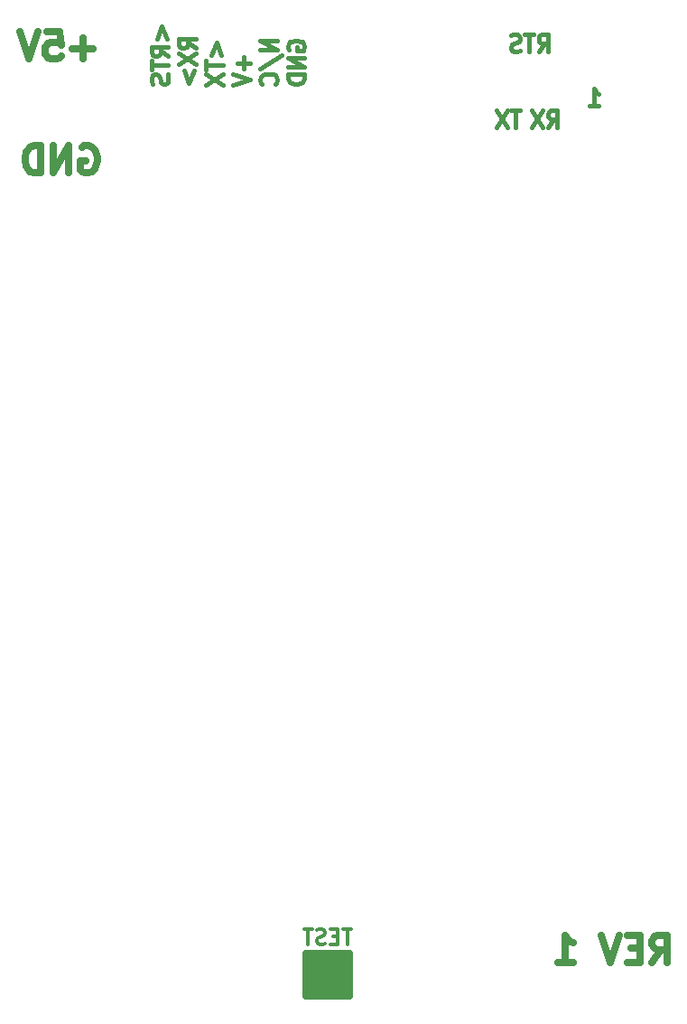
<source format=gbo>
G04 #@! TF.GenerationSoftware,KiCad,Pcbnew,(6.0.1)*
G04 #@! TF.CreationDate,2022-09-17T13:50:29-04:00*
G04 #@! TF.ProjectId,SIMPLE-6802,53494d50-4c45-42d3-9638-30322e6b6963,1*
G04 #@! TF.SameCoordinates,Original*
G04 #@! TF.FileFunction,Legend,Bot*
G04 #@! TF.FilePolarity,Positive*
%FSLAX46Y46*%
G04 Gerber Fmt 4.6, Leading zero omitted, Abs format (unit mm)*
G04 Created by KiCad (PCBNEW (6.0.1)) date 2022-09-17 13:50:29*
%MOMM*%
%LPD*%
G01*
G04 APERTURE LIST*
%ADD10C,0.381000*%
%ADD11C,0.635000*%
%ADD12C,0.349250*%
%ADD13C,0.650000*%
G04 APERTURE END LIST*
D10*
X158082507Y-48269954D02*
X158590507Y-47514002D01*
X158953364Y-48269954D02*
X158953364Y-46682454D01*
X158372792Y-46682454D01*
X158227650Y-46758050D01*
X158155078Y-46833645D01*
X158082507Y-46984835D01*
X158082507Y-47211621D01*
X158155078Y-47362811D01*
X158227650Y-47438407D01*
X158372792Y-47514002D01*
X158953364Y-47514002D01*
X157647078Y-46682454D02*
X156776221Y-46682454D01*
X157211650Y-48269954D02*
X157211650Y-46682454D01*
X156340792Y-48194359D02*
X156123078Y-48269954D01*
X155760221Y-48269954D01*
X155615078Y-48194359D01*
X155542507Y-48118764D01*
X155469935Y-47967573D01*
X155469935Y-47816383D01*
X155542507Y-47665192D01*
X155615078Y-47589597D01*
X155760221Y-47514002D01*
X156050507Y-47438407D01*
X156195650Y-47362811D01*
X156268221Y-47287216D01*
X156340792Y-47136026D01*
X156340792Y-46984835D01*
X156268221Y-46833645D01*
X156195650Y-46758050D01*
X156050507Y-46682454D01*
X155687650Y-46682454D01*
X155469935Y-46758050D01*
D11*
X116322488Y-47987228D02*
X114387250Y-47987228D01*
X115354869Y-48954847D02*
X115354869Y-47019609D01*
X111968202Y-46414847D02*
X113177726Y-46414847D01*
X113298678Y-47624371D01*
X113177726Y-47503419D01*
X112935821Y-47382466D01*
X112331059Y-47382466D01*
X112089154Y-47503419D01*
X111968202Y-47624371D01*
X111847250Y-47866276D01*
X111847250Y-48471038D01*
X111968202Y-48712942D01*
X112089154Y-48833895D01*
X112331059Y-48954847D01*
X112935821Y-48954847D01*
X113177726Y-48833895D01*
X113298678Y-48712942D01*
X111121535Y-46414847D02*
X110274869Y-48954847D01*
X109428202Y-46414847D01*
D10*
X156377078Y-53794454D02*
X155506221Y-53794454D01*
X155941650Y-55381954D02*
X155941650Y-53794454D01*
X155143364Y-53794454D02*
X154127364Y-55381954D01*
X154127364Y-53794454D02*
X155143364Y-55381954D01*
D11*
X168722083Y-133581047D02*
X169568750Y-132371523D01*
X170173511Y-133581047D02*
X170173511Y-131041047D01*
X169205892Y-131041047D01*
X168963988Y-131162000D01*
X168843035Y-131282952D01*
X168722083Y-131524857D01*
X168722083Y-131887714D01*
X168843035Y-132129619D01*
X168963988Y-132250571D01*
X169205892Y-132371523D01*
X170173511Y-132371523D01*
X167633511Y-132250571D02*
X166786845Y-132250571D01*
X166423988Y-133581047D02*
X167633511Y-133581047D01*
X167633511Y-131041047D01*
X166423988Y-131041047D01*
X165698273Y-131041047D02*
X164851607Y-133581047D01*
X164004940Y-131041047D01*
X159892559Y-133581047D02*
X161343988Y-133581047D01*
X160618273Y-133581047D02*
X160618273Y-131041047D01*
X160860178Y-131403904D01*
X161102083Y-131645809D01*
X161343988Y-131766761D01*
D10*
X122302134Y-47068921D02*
X122755705Y-45907778D01*
X123209277Y-47068921D01*
X123360467Y-48665492D02*
X122604515Y-48157492D01*
X123360467Y-47794635D02*
X121772967Y-47794635D01*
X121772967Y-48375207D01*
X121848563Y-48520350D01*
X121924158Y-48592921D01*
X122075348Y-48665492D01*
X122302134Y-48665492D01*
X122453324Y-48592921D01*
X122528920Y-48520350D01*
X122604515Y-48375207D01*
X122604515Y-47794635D01*
X121772967Y-49100921D02*
X121772967Y-49971778D01*
X123360467Y-49536350D02*
X121772967Y-49536350D01*
X123284872Y-50407207D02*
X123360467Y-50624921D01*
X123360467Y-50987778D01*
X123284872Y-51132921D01*
X123209277Y-51205492D01*
X123058086Y-51278064D01*
X122906896Y-51278064D01*
X122755705Y-51205492D01*
X122680110Y-51132921D01*
X122604515Y-50987778D01*
X122528920Y-50697492D01*
X122453324Y-50552350D01*
X122377729Y-50479778D01*
X122226539Y-50407207D01*
X122075348Y-50407207D01*
X121924158Y-50479778D01*
X121848563Y-50552350D01*
X121772967Y-50697492D01*
X121772967Y-51060350D01*
X121848563Y-51278064D01*
X125916342Y-47939778D02*
X125160390Y-47431778D01*
X125916342Y-47068921D02*
X124328842Y-47068921D01*
X124328842Y-47649492D01*
X124404438Y-47794635D01*
X124480033Y-47867207D01*
X124631223Y-47939778D01*
X124858009Y-47939778D01*
X125009199Y-47867207D01*
X125084795Y-47794635D01*
X125160390Y-47649492D01*
X125160390Y-47068921D01*
X124328842Y-48447778D02*
X125916342Y-49463778D01*
X124328842Y-49463778D02*
X125916342Y-48447778D01*
X124858009Y-50044350D02*
X125311580Y-51205492D01*
X125765152Y-50044350D01*
X127413884Y-48592921D02*
X127867455Y-47431778D01*
X128321027Y-48592921D01*
X126884717Y-49100921D02*
X126884717Y-49971778D01*
X128472217Y-49536350D02*
X126884717Y-49536350D01*
X126884717Y-50334635D02*
X128472217Y-51350635D01*
X126884717Y-51350635D02*
X128472217Y-50334635D01*
X130423330Y-48738064D02*
X130423330Y-49899207D01*
X131028092Y-49318635D02*
X129818568Y-49318635D01*
X129440592Y-50407207D02*
X131028092Y-50915207D01*
X129440592Y-51423207D01*
X133583967Y-47214064D02*
X131996467Y-47214064D01*
X133583967Y-48084921D01*
X131996467Y-48084921D01*
X131920872Y-49899207D02*
X133961943Y-48592921D01*
X133432777Y-51278064D02*
X133508372Y-51205492D01*
X133583967Y-50987778D01*
X133583967Y-50842635D01*
X133508372Y-50624921D01*
X133357182Y-50479778D01*
X133205991Y-50407207D01*
X132903610Y-50334635D01*
X132676824Y-50334635D01*
X132374443Y-50407207D01*
X132223253Y-50479778D01*
X132072063Y-50624921D01*
X131996467Y-50842635D01*
X131996467Y-50987778D01*
X132072063Y-51205492D01*
X132147658Y-51278064D01*
X134627938Y-48084921D02*
X134552342Y-47939778D01*
X134552342Y-47722064D01*
X134627938Y-47504350D01*
X134779128Y-47359207D01*
X134930318Y-47286635D01*
X135232699Y-47214064D01*
X135459485Y-47214064D01*
X135761866Y-47286635D01*
X135913057Y-47359207D01*
X136064247Y-47504350D01*
X136139842Y-47722064D01*
X136139842Y-47867207D01*
X136064247Y-48084921D01*
X135988652Y-48157492D01*
X135459485Y-48157492D01*
X135459485Y-47867207D01*
X136139842Y-48810635D02*
X134552342Y-48810635D01*
X136139842Y-49681492D01*
X134552342Y-49681492D01*
X136139842Y-50407207D02*
X134552342Y-50407207D01*
X134552342Y-50770064D01*
X134627938Y-50987778D01*
X134779128Y-51132921D01*
X134930318Y-51205492D01*
X135232699Y-51278064D01*
X135459485Y-51278064D01*
X135761866Y-51205492D01*
X135913057Y-51132921D01*
X136064247Y-50987778D01*
X136139842Y-50770064D01*
X136139842Y-50407207D01*
X158953364Y-55381954D02*
X159461364Y-54626002D01*
X159824221Y-55381954D02*
X159824221Y-53794454D01*
X159243650Y-53794454D01*
X159098507Y-53870050D01*
X159025935Y-53945645D01*
X158953364Y-54096835D01*
X158953364Y-54323621D01*
X159025935Y-54474811D01*
X159098507Y-54550407D01*
X159243650Y-54626002D01*
X159824221Y-54626002D01*
X158445364Y-53794454D02*
X157429364Y-55381954D01*
X157429364Y-53794454D02*
X158445364Y-55381954D01*
D11*
X115246011Y-57203800D02*
X115487916Y-57082847D01*
X115850773Y-57082847D01*
X116213630Y-57203800D01*
X116455535Y-57445704D01*
X116576488Y-57687609D01*
X116697440Y-58171419D01*
X116697440Y-58534276D01*
X116576488Y-59018085D01*
X116455535Y-59259990D01*
X116213630Y-59501895D01*
X115850773Y-59622847D01*
X115608869Y-59622847D01*
X115246011Y-59501895D01*
X115125059Y-59380942D01*
X115125059Y-58534276D01*
X115608869Y-58534276D01*
X114036488Y-59622847D02*
X114036488Y-57082847D01*
X112585059Y-59622847D01*
X112585059Y-57082847D01*
X111375535Y-59622847D02*
X111375535Y-57082847D01*
X110770773Y-57082847D01*
X110407916Y-57203800D01*
X110166011Y-57445704D01*
X110045059Y-57687609D01*
X109924107Y-58171419D01*
X109924107Y-58534276D01*
X110045059Y-59018085D01*
X110166011Y-59259990D01*
X110407916Y-59501895D01*
X110770773Y-59622847D01*
X111375535Y-59622847D01*
D10*
X162835935Y-53349954D02*
X163706792Y-53349954D01*
X163271364Y-53349954D02*
X163271364Y-51762454D01*
X163416507Y-51989240D01*
X163561650Y-52140430D01*
X163706792Y-52216026D01*
D12*
X140531547Y-130481976D02*
X139733261Y-130481976D01*
X140132404Y-131878976D02*
X140132404Y-130481976D01*
X139267595Y-131147214D02*
X138801928Y-131147214D01*
X138602357Y-131878976D02*
X139267595Y-131878976D01*
X139267595Y-130481976D01*
X138602357Y-130481976D01*
X138070166Y-131812452D02*
X137870595Y-131878976D01*
X137537976Y-131878976D01*
X137404928Y-131812452D01*
X137338404Y-131745928D01*
X137271880Y-131612880D01*
X137271880Y-131479833D01*
X137338404Y-131346785D01*
X137404928Y-131280261D01*
X137537976Y-131213738D01*
X137804071Y-131147214D01*
X137937119Y-131080690D01*
X138003642Y-131014166D01*
X138070166Y-130881119D01*
X138070166Y-130748071D01*
X138003642Y-130615023D01*
X137937119Y-130548500D01*
X137804071Y-130481976D01*
X137471452Y-130481976D01*
X137271880Y-130548500D01*
X136872738Y-130481976D02*
X136074452Y-130481976D01*
X136473595Y-131878976D02*
X136473595Y-130481976D01*
D13*
X136303000Y-133247000D02*
X140303000Y-133247000D01*
X140303000Y-133747000D02*
X136303000Y-133747000D01*
X140303000Y-134747000D02*
X136303000Y-134747000D01*
X136303000Y-135247000D02*
X139803000Y-135247000D01*
X136303000Y-136247000D02*
X140303000Y-136247000D01*
X136303000Y-133747000D02*
X136303000Y-134247000D01*
X136303000Y-134247000D02*
X140303000Y-134247000D01*
X140303000Y-135747000D02*
X136303000Y-135747000D01*
X140303000Y-136747000D02*
X136303000Y-136747000D01*
X136303000Y-135747000D02*
X136303000Y-136247000D01*
X136303000Y-134747000D02*
X136303000Y-135247000D01*
X140303000Y-135247000D02*
X140303000Y-135747000D01*
X136303000Y-132747000D02*
X140303000Y-132747000D01*
X140303000Y-134247000D02*
X140303000Y-134747000D01*
X140303000Y-132747000D02*
X140303000Y-136747000D01*
X136303000Y-136747000D02*
X136303000Y-132747000D01*
X139803000Y-135247000D02*
X140303000Y-135247000D01*
X136303000Y-132747000D02*
X136303000Y-133247000D01*
X140303000Y-133247000D02*
X140303000Y-133747000D01*
M02*

</source>
